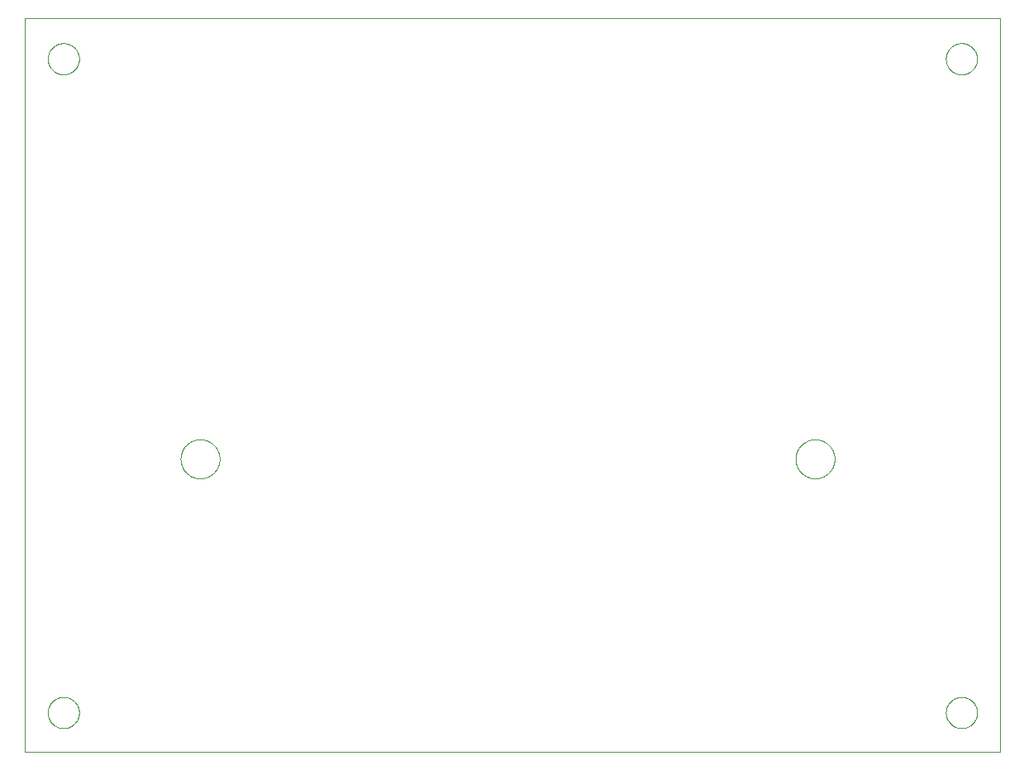
<source format=gtp>
G75*
%MOIN*%
%OFA0B0*%
%FSLAX25Y25*%
%IPPOS*%
%LPD*%
%AMOC8*
5,1,8,0,0,1.08239X$1,22.5*
%
%ADD10C,0.00000*%
D10*
X0005737Y0005737D02*
X0005737Y0301761D01*
X0399123Y0301761D01*
X0399123Y0005737D01*
X0005737Y0005737D01*
X0015186Y0021485D02*
X0015188Y0021643D01*
X0015194Y0021801D01*
X0015204Y0021959D01*
X0015218Y0022117D01*
X0015236Y0022274D01*
X0015257Y0022431D01*
X0015283Y0022587D01*
X0015313Y0022743D01*
X0015346Y0022898D01*
X0015384Y0023051D01*
X0015425Y0023204D01*
X0015470Y0023356D01*
X0015519Y0023507D01*
X0015572Y0023656D01*
X0015628Y0023804D01*
X0015688Y0023950D01*
X0015752Y0024095D01*
X0015820Y0024238D01*
X0015891Y0024380D01*
X0015965Y0024520D01*
X0016043Y0024657D01*
X0016125Y0024793D01*
X0016209Y0024927D01*
X0016298Y0025058D01*
X0016389Y0025187D01*
X0016484Y0025314D01*
X0016581Y0025439D01*
X0016682Y0025561D01*
X0016786Y0025680D01*
X0016893Y0025797D01*
X0017003Y0025911D01*
X0017116Y0026022D01*
X0017231Y0026131D01*
X0017349Y0026236D01*
X0017470Y0026338D01*
X0017593Y0026438D01*
X0017719Y0026534D01*
X0017847Y0026627D01*
X0017977Y0026717D01*
X0018110Y0026803D01*
X0018245Y0026887D01*
X0018381Y0026966D01*
X0018520Y0027043D01*
X0018661Y0027115D01*
X0018803Y0027185D01*
X0018947Y0027250D01*
X0019093Y0027312D01*
X0019240Y0027370D01*
X0019389Y0027425D01*
X0019539Y0027476D01*
X0019690Y0027523D01*
X0019842Y0027566D01*
X0019995Y0027605D01*
X0020150Y0027641D01*
X0020305Y0027672D01*
X0020461Y0027700D01*
X0020617Y0027724D01*
X0020774Y0027744D01*
X0020932Y0027760D01*
X0021089Y0027772D01*
X0021248Y0027780D01*
X0021406Y0027784D01*
X0021564Y0027784D01*
X0021722Y0027780D01*
X0021881Y0027772D01*
X0022038Y0027760D01*
X0022196Y0027744D01*
X0022353Y0027724D01*
X0022509Y0027700D01*
X0022665Y0027672D01*
X0022820Y0027641D01*
X0022975Y0027605D01*
X0023128Y0027566D01*
X0023280Y0027523D01*
X0023431Y0027476D01*
X0023581Y0027425D01*
X0023730Y0027370D01*
X0023877Y0027312D01*
X0024023Y0027250D01*
X0024167Y0027185D01*
X0024309Y0027115D01*
X0024450Y0027043D01*
X0024589Y0026966D01*
X0024725Y0026887D01*
X0024860Y0026803D01*
X0024993Y0026717D01*
X0025123Y0026627D01*
X0025251Y0026534D01*
X0025377Y0026438D01*
X0025500Y0026338D01*
X0025621Y0026236D01*
X0025739Y0026131D01*
X0025854Y0026022D01*
X0025967Y0025911D01*
X0026077Y0025797D01*
X0026184Y0025680D01*
X0026288Y0025561D01*
X0026389Y0025439D01*
X0026486Y0025314D01*
X0026581Y0025187D01*
X0026672Y0025058D01*
X0026761Y0024927D01*
X0026845Y0024793D01*
X0026927Y0024657D01*
X0027005Y0024520D01*
X0027079Y0024380D01*
X0027150Y0024238D01*
X0027218Y0024095D01*
X0027282Y0023950D01*
X0027342Y0023804D01*
X0027398Y0023656D01*
X0027451Y0023507D01*
X0027500Y0023356D01*
X0027545Y0023204D01*
X0027586Y0023051D01*
X0027624Y0022898D01*
X0027657Y0022743D01*
X0027687Y0022587D01*
X0027713Y0022431D01*
X0027734Y0022274D01*
X0027752Y0022117D01*
X0027766Y0021959D01*
X0027776Y0021801D01*
X0027782Y0021643D01*
X0027784Y0021485D01*
X0027782Y0021327D01*
X0027776Y0021169D01*
X0027766Y0021011D01*
X0027752Y0020853D01*
X0027734Y0020696D01*
X0027713Y0020539D01*
X0027687Y0020383D01*
X0027657Y0020227D01*
X0027624Y0020072D01*
X0027586Y0019919D01*
X0027545Y0019766D01*
X0027500Y0019614D01*
X0027451Y0019463D01*
X0027398Y0019314D01*
X0027342Y0019166D01*
X0027282Y0019020D01*
X0027218Y0018875D01*
X0027150Y0018732D01*
X0027079Y0018590D01*
X0027005Y0018450D01*
X0026927Y0018313D01*
X0026845Y0018177D01*
X0026761Y0018043D01*
X0026672Y0017912D01*
X0026581Y0017783D01*
X0026486Y0017656D01*
X0026389Y0017531D01*
X0026288Y0017409D01*
X0026184Y0017290D01*
X0026077Y0017173D01*
X0025967Y0017059D01*
X0025854Y0016948D01*
X0025739Y0016839D01*
X0025621Y0016734D01*
X0025500Y0016632D01*
X0025377Y0016532D01*
X0025251Y0016436D01*
X0025123Y0016343D01*
X0024993Y0016253D01*
X0024860Y0016167D01*
X0024725Y0016083D01*
X0024589Y0016004D01*
X0024450Y0015927D01*
X0024309Y0015855D01*
X0024167Y0015785D01*
X0024023Y0015720D01*
X0023877Y0015658D01*
X0023730Y0015600D01*
X0023581Y0015545D01*
X0023431Y0015494D01*
X0023280Y0015447D01*
X0023128Y0015404D01*
X0022975Y0015365D01*
X0022820Y0015329D01*
X0022665Y0015298D01*
X0022509Y0015270D01*
X0022353Y0015246D01*
X0022196Y0015226D01*
X0022038Y0015210D01*
X0021881Y0015198D01*
X0021722Y0015190D01*
X0021564Y0015186D01*
X0021406Y0015186D01*
X0021248Y0015190D01*
X0021089Y0015198D01*
X0020932Y0015210D01*
X0020774Y0015226D01*
X0020617Y0015246D01*
X0020461Y0015270D01*
X0020305Y0015298D01*
X0020150Y0015329D01*
X0019995Y0015365D01*
X0019842Y0015404D01*
X0019690Y0015447D01*
X0019539Y0015494D01*
X0019389Y0015545D01*
X0019240Y0015600D01*
X0019093Y0015658D01*
X0018947Y0015720D01*
X0018803Y0015785D01*
X0018661Y0015855D01*
X0018520Y0015927D01*
X0018381Y0016004D01*
X0018245Y0016083D01*
X0018110Y0016167D01*
X0017977Y0016253D01*
X0017847Y0016343D01*
X0017719Y0016436D01*
X0017593Y0016532D01*
X0017470Y0016632D01*
X0017349Y0016734D01*
X0017231Y0016839D01*
X0017116Y0016948D01*
X0017003Y0017059D01*
X0016893Y0017173D01*
X0016786Y0017290D01*
X0016682Y0017409D01*
X0016581Y0017531D01*
X0016484Y0017656D01*
X0016389Y0017783D01*
X0016298Y0017912D01*
X0016209Y0018043D01*
X0016125Y0018177D01*
X0016043Y0018313D01*
X0015965Y0018450D01*
X0015891Y0018590D01*
X0015820Y0018732D01*
X0015752Y0018875D01*
X0015688Y0019020D01*
X0015628Y0019166D01*
X0015572Y0019314D01*
X0015519Y0019463D01*
X0015470Y0019614D01*
X0015425Y0019766D01*
X0015384Y0019919D01*
X0015346Y0020072D01*
X0015313Y0020227D01*
X0015283Y0020383D01*
X0015257Y0020539D01*
X0015236Y0020696D01*
X0015218Y0020853D01*
X0015204Y0021011D01*
X0015194Y0021169D01*
X0015188Y0021327D01*
X0015186Y0021485D01*
X0068729Y0123847D02*
X0068731Y0124040D01*
X0068738Y0124233D01*
X0068750Y0124426D01*
X0068767Y0124619D01*
X0068788Y0124811D01*
X0068814Y0125002D01*
X0068845Y0125193D01*
X0068880Y0125383D01*
X0068920Y0125572D01*
X0068965Y0125760D01*
X0069014Y0125947D01*
X0069068Y0126133D01*
X0069126Y0126317D01*
X0069189Y0126500D01*
X0069257Y0126681D01*
X0069328Y0126860D01*
X0069405Y0127038D01*
X0069485Y0127214D01*
X0069570Y0127387D01*
X0069659Y0127559D01*
X0069752Y0127728D01*
X0069849Y0127895D01*
X0069951Y0128060D01*
X0070056Y0128222D01*
X0070165Y0128381D01*
X0070279Y0128538D01*
X0070396Y0128691D01*
X0070516Y0128842D01*
X0070641Y0128990D01*
X0070769Y0129135D01*
X0070900Y0129276D01*
X0071035Y0129415D01*
X0071174Y0129550D01*
X0071315Y0129681D01*
X0071460Y0129809D01*
X0071608Y0129934D01*
X0071759Y0130054D01*
X0071912Y0130171D01*
X0072069Y0130285D01*
X0072228Y0130394D01*
X0072390Y0130499D01*
X0072555Y0130601D01*
X0072722Y0130698D01*
X0072891Y0130791D01*
X0073063Y0130880D01*
X0073236Y0130965D01*
X0073412Y0131045D01*
X0073590Y0131122D01*
X0073769Y0131193D01*
X0073950Y0131261D01*
X0074133Y0131324D01*
X0074317Y0131382D01*
X0074503Y0131436D01*
X0074690Y0131485D01*
X0074878Y0131530D01*
X0075067Y0131570D01*
X0075257Y0131605D01*
X0075448Y0131636D01*
X0075639Y0131662D01*
X0075831Y0131683D01*
X0076024Y0131700D01*
X0076217Y0131712D01*
X0076410Y0131719D01*
X0076603Y0131721D01*
X0076796Y0131719D01*
X0076989Y0131712D01*
X0077182Y0131700D01*
X0077375Y0131683D01*
X0077567Y0131662D01*
X0077758Y0131636D01*
X0077949Y0131605D01*
X0078139Y0131570D01*
X0078328Y0131530D01*
X0078516Y0131485D01*
X0078703Y0131436D01*
X0078889Y0131382D01*
X0079073Y0131324D01*
X0079256Y0131261D01*
X0079437Y0131193D01*
X0079616Y0131122D01*
X0079794Y0131045D01*
X0079970Y0130965D01*
X0080143Y0130880D01*
X0080315Y0130791D01*
X0080484Y0130698D01*
X0080651Y0130601D01*
X0080816Y0130499D01*
X0080978Y0130394D01*
X0081137Y0130285D01*
X0081294Y0130171D01*
X0081447Y0130054D01*
X0081598Y0129934D01*
X0081746Y0129809D01*
X0081891Y0129681D01*
X0082032Y0129550D01*
X0082171Y0129415D01*
X0082306Y0129276D01*
X0082437Y0129135D01*
X0082565Y0128990D01*
X0082690Y0128842D01*
X0082810Y0128691D01*
X0082927Y0128538D01*
X0083041Y0128381D01*
X0083150Y0128222D01*
X0083255Y0128060D01*
X0083357Y0127895D01*
X0083454Y0127728D01*
X0083547Y0127559D01*
X0083636Y0127387D01*
X0083721Y0127214D01*
X0083801Y0127038D01*
X0083878Y0126860D01*
X0083949Y0126681D01*
X0084017Y0126500D01*
X0084080Y0126317D01*
X0084138Y0126133D01*
X0084192Y0125947D01*
X0084241Y0125760D01*
X0084286Y0125572D01*
X0084326Y0125383D01*
X0084361Y0125193D01*
X0084392Y0125002D01*
X0084418Y0124811D01*
X0084439Y0124619D01*
X0084456Y0124426D01*
X0084468Y0124233D01*
X0084475Y0124040D01*
X0084477Y0123847D01*
X0084475Y0123654D01*
X0084468Y0123461D01*
X0084456Y0123268D01*
X0084439Y0123075D01*
X0084418Y0122883D01*
X0084392Y0122692D01*
X0084361Y0122501D01*
X0084326Y0122311D01*
X0084286Y0122122D01*
X0084241Y0121934D01*
X0084192Y0121747D01*
X0084138Y0121561D01*
X0084080Y0121377D01*
X0084017Y0121194D01*
X0083949Y0121013D01*
X0083878Y0120834D01*
X0083801Y0120656D01*
X0083721Y0120480D01*
X0083636Y0120307D01*
X0083547Y0120135D01*
X0083454Y0119966D01*
X0083357Y0119799D01*
X0083255Y0119634D01*
X0083150Y0119472D01*
X0083041Y0119313D01*
X0082927Y0119156D01*
X0082810Y0119003D01*
X0082690Y0118852D01*
X0082565Y0118704D01*
X0082437Y0118559D01*
X0082306Y0118418D01*
X0082171Y0118279D01*
X0082032Y0118144D01*
X0081891Y0118013D01*
X0081746Y0117885D01*
X0081598Y0117760D01*
X0081447Y0117640D01*
X0081294Y0117523D01*
X0081137Y0117409D01*
X0080978Y0117300D01*
X0080816Y0117195D01*
X0080651Y0117093D01*
X0080484Y0116996D01*
X0080315Y0116903D01*
X0080143Y0116814D01*
X0079970Y0116729D01*
X0079794Y0116649D01*
X0079616Y0116572D01*
X0079437Y0116501D01*
X0079256Y0116433D01*
X0079073Y0116370D01*
X0078889Y0116312D01*
X0078703Y0116258D01*
X0078516Y0116209D01*
X0078328Y0116164D01*
X0078139Y0116124D01*
X0077949Y0116089D01*
X0077758Y0116058D01*
X0077567Y0116032D01*
X0077375Y0116011D01*
X0077182Y0115994D01*
X0076989Y0115982D01*
X0076796Y0115975D01*
X0076603Y0115973D01*
X0076410Y0115975D01*
X0076217Y0115982D01*
X0076024Y0115994D01*
X0075831Y0116011D01*
X0075639Y0116032D01*
X0075448Y0116058D01*
X0075257Y0116089D01*
X0075067Y0116124D01*
X0074878Y0116164D01*
X0074690Y0116209D01*
X0074503Y0116258D01*
X0074317Y0116312D01*
X0074133Y0116370D01*
X0073950Y0116433D01*
X0073769Y0116501D01*
X0073590Y0116572D01*
X0073412Y0116649D01*
X0073236Y0116729D01*
X0073063Y0116814D01*
X0072891Y0116903D01*
X0072722Y0116996D01*
X0072555Y0117093D01*
X0072390Y0117195D01*
X0072228Y0117300D01*
X0072069Y0117409D01*
X0071912Y0117523D01*
X0071759Y0117640D01*
X0071608Y0117760D01*
X0071460Y0117885D01*
X0071315Y0118013D01*
X0071174Y0118144D01*
X0071035Y0118279D01*
X0070900Y0118418D01*
X0070769Y0118559D01*
X0070641Y0118704D01*
X0070516Y0118852D01*
X0070396Y0119003D01*
X0070279Y0119156D01*
X0070165Y0119313D01*
X0070056Y0119472D01*
X0069951Y0119634D01*
X0069849Y0119799D01*
X0069752Y0119966D01*
X0069659Y0120135D01*
X0069570Y0120307D01*
X0069485Y0120480D01*
X0069405Y0120656D01*
X0069328Y0120834D01*
X0069257Y0121013D01*
X0069189Y0121194D01*
X0069126Y0121377D01*
X0069068Y0121561D01*
X0069014Y0121747D01*
X0068965Y0121934D01*
X0068920Y0122122D01*
X0068880Y0122311D01*
X0068845Y0122501D01*
X0068814Y0122692D01*
X0068788Y0122883D01*
X0068767Y0123075D01*
X0068750Y0123268D01*
X0068738Y0123461D01*
X0068731Y0123654D01*
X0068729Y0123847D01*
X0015186Y0285265D02*
X0015188Y0285423D01*
X0015194Y0285581D01*
X0015204Y0285739D01*
X0015218Y0285897D01*
X0015236Y0286054D01*
X0015257Y0286211D01*
X0015283Y0286367D01*
X0015313Y0286523D01*
X0015346Y0286678D01*
X0015384Y0286831D01*
X0015425Y0286984D01*
X0015470Y0287136D01*
X0015519Y0287287D01*
X0015572Y0287436D01*
X0015628Y0287584D01*
X0015688Y0287730D01*
X0015752Y0287875D01*
X0015820Y0288018D01*
X0015891Y0288160D01*
X0015965Y0288300D01*
X0016043Y0288437D01*
X0016125Y0288573D01*
X0016209Y0288707D01*
X0016298Y0288838D01*
X0016389Y0288967D01*
X0016484Y0289094D01*
X0016581Y0289219D01*
X0016682Y0289341D01*
X0016786Y0289460D01*
X0016893Y0289577D01*
X0017003Y0289691D01*
X0017116Y0289802D01*
X0017231Y0289911D01*
X0017349Y0290016D01*
X0017470Y0290118D01*
X0017593Y0290218D01*
X0017719Y0290314D01*
X0017847Y0290407D01*
X0017977Y0290497D01*
X0018110Y0290583D01*
X0018245Y0290667D01*
X0018381Y0290746D01*
X0018520Y0290823D01*
X0018661Y0290895D01*
X0018803Y0290965D01*
X0018947Y0291030D01*
X0019093Y0291092D01*
X0019240Y0291150D01*
X0019389Y0291205D01*
X0019539Y0291256D01*
X0019690Y0291303D01*
X0019842Y0291346D01*
X0019995Y0291385D01*
X0020150Y0291421D01*
X0020305Y0291452D01*
X0020461Y0291480D01*
X0020617Y0291504D01*
X0020774Y0291524D01*
X0020932Y0291540D01*
X0021089Y0291552D01*
X0021248Y0291560D01*
X0021406Y0291564D01*
X0021564Y0291564D01*
X0021722Y0291560D01*
X0021881Y0291552D01*
X0022038Y0291540D01*
X0022196Y0291524D01*
X0022353Y0291504D01*
X0022509Y0291480D01*
X0022665Y0291452D01*
X0022820Y0291421D01*
X0022975Y0291385D01*
X0023128Y0291346D01*
X0023280Y0291303D01*
X0023431Y0291256D01*
X0023581Y0291205D01*
X0023730Y0291150D01*
X0023877Y0291092D01*
X0024023Y0291030D01*
X0024167Y0290965D01*
X0024309Y0290895D01*
X0024450Y0290823D01*
X0024589Y0290746D01*
X0024725Y0290667D01*
X0024860Y0290583D01*
X0024993Y0290497D01*
X0025123Y0290407D01*
X0025251Y0290314D01*
X0025377Y0290218D01*
X0025500Y0290118D01*
X0025621Y0290016D01*
X0025739Y0289911D01*
X0025854Y0289802D01*
X0025967Y0289691D01*
X0026077Y0289577D01*
X0026184Y0289460D01*
X0026288Y0289341D01*
X0026389Y0289219D01*
X0026486Y0289094D01*
X0026581Y0288967D01*
X0026672Y0288838D01*
X0026761Y0288707D01*
X0026845Y0288573D01*
X0026927Y0288437D01*
X0027005Y0288300D01*
X0027079Y0288160D01*
X0027150Y0288018D01*
X0027218Y0287875D01*
X0027282Y0287730D01*
X0027342Y0287584D01*
X0027398Y0287436D01*
X0027451Y0287287D01*
X0027500Y0287136D01*
X0027545Y0286984D01*
X0027586Y0286831D01*
X0027624Y0286678D01*
X0027657Y0286523D01*
X0027687Y0286367D01*
X0027713Y0286211D01*
X0027734Y0286054D01*
X0027752Y0285897D01*
X0027766Y0285739D01*
X0027776Y0285581D01*
X0027782Y0285423D01*
X0027784Y0285265D01*
X0027782Y0285107D01*
X0027776Y0284949D01*
X0027766Y0284791D01*
X0027752Y0284633D01*
X0027734Y0284476D01*
X0027713Y0284319D01*
X0027687Y0284163D01*
X0027657Y0284007D01*
X0027624Y0283852D01*
X0027586Y0283699D01*
X0027545Y0283546D01*
X0027500Y0283394D01*
X0027451Y0283243D01*
X0027398Y0283094D01*
X0027342Y0282946D01*
X0027282Y0282800D01*
X0027218Y0282655D01*
X0027150Y0282512D01*
X0027079Y0282370D01*
X0027005Y0282230D01*
X0026927Y0282093D01*
X0026845Y0281957D01*
X0026761Y0281823D01*
X0026672Y0281692D01*
X0026581Y0281563D01*
X0026486Y0281436D01*
X0026389Y0281311D01*
X0026288Y0281189D01*
X0026184Y0281070D01*
X0026077Y0280953D01*
X0025967Y0280839D01*
X0025854Y0280728D01*
X0025739Y0280619D01*
X0025621Y0280514D01*
X0025500Y0280412D01*
X0025377Y0280312D01*
X0025251Y0280216D01*
X0025123Y0280123D01*
X0024993Y0280033D01*
X0024860Y0279947D01*
X0024725Y0279863D01*
X0024589Y0279784D01*
X0024450Y0279707D01*
X0024309Y0279635D01*
X0024167Y0279565D01*
X0024023Y0279500D01*
X0023877Y0279438D01*
X0023730Y0279380D01*
X0023581Y0279325D01*
X0023431Y0279274D01*
X0023280Y0279227D01*
X0023128Y0279184D01*
X0022975Y0279145D01*
X0022820Y0279109D01*
X0022665Y0279078D01*
X0022509Y0279050D01*
X0022353Y0279026D01*
X0022196Y0279006D01*
X0022038Y0278990D01*
X0021881Y0278978D01*
X0021722Y0278970D01*
X0021564Y0278966D01*
X0021406Y0278966D01*
X0021248Y0278970D01*
X0021089Y0278978D01*
X0020932Y0278990D01*
X0020774Y0279006D01*
X0020617Y0279026D01*
X0020461Y0279050D01*
X0020305Y0279078D01*
X0020150Y0279109D01*
X0019995Y0279145D01*
X0019842Y0279184D01*
X0019690Y0279227D01*
X0019539Y0279274D01*
X0019389Y0279325D01*
X0019240Y0279380D01*
X0019093Y0279438D01*
X0018947Y0279500D01*
X0018803Y0279565D01*
X0018661Y0279635D01*
X0018520Y0279707D01*
X0018381Y0279784D01*
X0018245Y0279863D01*
X0018110Y0279947D01*
X0017977Y0280033D01*
X0017847Y0280123D01*
X0017719Y0280216D01*
X0017593Y0280312D01*
X0017470Y0280412D01*
X0017349Y0280514D01*
X0017231Y0280619D01*
X0017116Y0280728D01*
X0017003Y0280839D01*
X0016893Y0280953D01*
X0016786Y0281070D01*
X0016682Y0281189D01*
X0016581Y0281311D01*
X0016484Y0281436D01*
X0016389Y0281563D01*
X0016298Y0281692D01*
X0016209Y0281823D01*
X0016125Y0281957D01*
X0016043Y0282093D01*
X0015965Y0282230D01*
X0015891Y0282370D01*
X0015820Y0282512D01*
X0015752Y0282655D01*
X0015688Y0282800D01*
X0015628Y0282946D01*
X0015572Y0283094D01*
X0015519Y0283243D01*
X0015470Y0283394D01*
X0015425Y0283546D01*
X0015384Y0283699D01*
X0015346Y0283852D01*
X0015313Y0284007D01*
X0015283Y0284163D01*
X0015257Y0284319D01*
X0015236Y0284476D01*
X0015218Y0284633D01*
X0015204Y0284791D01*
X0015194Y0284949D01*
X0015188Y0285107D01*
X0015186Y0285265D01*
X0316761Y0123847D02*
X0316763Y0124040D01*
X0316770Y0124233D01*
X0316782Y0124426D01*
X0316799Y0124619D01*
X0316820Y0124811D01*
X0316846Y0125002D01*
X0316877Y0125193D01*
X0316912Y0125383D01*
X0316952Y0125572D01*
X0316997Y0125760D01*
X0317046Y0125947D01*
X0317100Y0126133D01*
X0317158Y0126317D01*
X0317221Y0126500D01*
X0317289Y0126681D01*
X0317360Y0126860D01*
X0317437Y0127038D01*
X0317517Y0127214D01*
X0317602Y0127387D01*
X0317691Y0127559D01*
X0317784Y0127728D01*
X0317881Y0127895D01*
X0317983Y0128060D01*
X0318088Y0128222D01*
X0318197Y0128381D01*
X0318311Y0128538D01*
X0318428Y0128691D01*
X0318548Y0128842D01*
X0318673Y0128990D01*
X0318801Y0129135D01*
X0318932Y0129276D01*
X0319067Y0129415D01*
X0319206Y0129550D01*
X0319347Y0129681D01*
X0319492Y0129809D01*
X0319640Y0129934D01*
X0319791Y0130054D01*
X0319944Y0130171D01*
X0320101Y0130285D01*
X0320260Y0130394D01*
X0320422Y0130499D01*
X0320587Y0130601D01*
X0320754Y0130698D01*
X0320923Y0130791D01*
X0321095Y0130880D01*
X0321268Y0130965D01*
X0321444Y0131045D01*
X0321622Y0131122D01*
X0321801Y0131193D01*
X0321982Y0131261D01*
X0322165Y0131324D01*
X0322349Y0131382D01*
X0322535Y0131436D01*
X0322722Y0131485D01*
X0322910Y0131530D01*
X0323099Y0131570D01*
X0323289Y0131605D01*
X0323480Y0131636D01*
X0323671Y0131662D01*
X0323863Y0131683D01*
X0324056Y0131700D01*
X0324249Y0131712D01*
X0324442Y0131719D01*
X0324635Y0131721D01*
X0324828Y0131719D01*
X0325021Y0131712D01*
X0325214Y0131700D01*
X0325407Y0131683D01*
X0325599Y0131662D01*
X0325790Y0131636D01*
X0325981Y0131605D01*
X0326171Y0131570D01*
X0326360Y0131530D01*
X0326548Y0131485D01*
X0326735Y0131436D01*
X0326921Y0131382D01*
X0327105Y0131324D01*
X0327288Y0131261D01*
X0327469Y0131193D01*
X0327648Y0131122D01*
X0327826Y0131045D01*
X0328002Y0130965D01*
X0328175Y0130880D01*
X0328347Y0130791D01*
X0328516Y0130698D01*
X0328683Y0130601D01*
X0328848Y0130499D01*
X0329010Y0130394D01*
X0329169Y0130285D01*
X0329326Y0130171D01*
X0329479Y0130054D01*
X0329630Y0129934D01*
X0329778Y0129809D01*
X0329923Y0129681D01*
X0330064Y0129550D01*
X0330203Y0129415D01*
X0330338Y0129276D01*
X0330469Y0129135D01*
X0330597Y0128990D01*
X0330722Y0128842D01*
X0330842Y0128691D01*
X0330959Y0128538D01*
X0331073Y0128381D01*
X0331182Y0128222D01*
X0331287Y0128060D01*
X0331389Y0127895D01*
X0331486Y0127728D01*
X0331579Y0127559D01*
X0331668Y0127387D01*
X0331753Y0127214D01*
X0331833Y0127038D01*
X0331910Y0126860D01*
X0331981Y0126681D01*
X0332049Y0126500D01*
X0332112Y0126317D01*
X0332170Y0126133D01*
X0332224Y0125947D01*
X0332273Y0125760D01*
X0332318Y0125572D01*
X0332358Y0125383D01*
X0332393Y0125193D01*
X0332424Y0125002D01*
X0332450Y0124811D01*
X0332471Y0124619D01*
X0332488Y0124426D01*
X0332500Y0124233D01*
X0332507Y0124040D01*
X0332509Y0123847D01*
X0332507Y0123654D01*
X0332500Y0123461D01*
X0332488Y0123268D01*
X0332471Y0123075D01*
X0332450Y0122883D01*
X0332424Y0122692D01*
X0332393Y0122501D01*
X0332358Y0122311D01*
X0332318Y0122122D01*
X0332273Y0121934D01*
X0332224Y0121747D01*
X0332170Y0121561D01*
X0332112Y0121377D01*
X0332049Y0121194D01*
X0331981Y0121013D01*
X0331910Y0120834D01*
X0331833Y0120656D01*
X0331753Y0120480D01*
X0331668Y0120307D01*
X0331579Y0120135D01*
X0331486Y0119966D01*
X0331389Y0119799D01*
X0331287Y0119634D01*
X0331182Y0119472D01*
X0331073Y0119313D01*
X0330959Y0119156D01*
X0330842Y0119003D01*
X0330722Y0118852D01*
X0330597Y0118704D01*
X0330469Y0118559D01*
X0330338Y0118418D01*
X0330203Y0118279D01*
X0330064Y0118144D01*
X0329923Y0118013D01*
X0329778Y0117885D01*
X0329630Y0117760D01*
X0329479Y0117640D01*
X0329326Y0117523D01*
X0329169Y0117409D01*
X0329010Y0117300D01*
X0328848Y0117195D01*
X0328683Y0117093D01*
X0328516Y0116996D01*
X0328347Y0116903D01*
X0328175Y0116814D01*
X0328002Y0116729D01*
X0327826Y0116649D01*
X0327648Y0116572D01*
X0327469Y0116501D01*
X0327288Y0116433D01*
X0327105Y0116370D01*
X0326921Y0116312D01*
X0326735Y0116258D01*
X0326548Y0116209D01*
X0326360Y0116164D01*
X0326171Y0116124D01*
X0325981Y0116089D01*
X0325790Y0116058D01*
X0325599Y0116032D01*
X0325407Y0116011D01*
X0325214Y0115994D01*
X0325021Y0115982D01*
X0324828Y0115975D01*
X0324635Y0115973D01*
X0324442Y0115975D01*
X0324249Y0115982D01*
X0324056Y0115994D01*
X0323863Y0116011D01*
X0323671Y0116032D01*
X0323480Y0116058D01*
X0323289Y0116089D01*
X0323099Y0116124D01*
X0322910Y0116164D01*
X0322722Y0116209D01*
X0322535Y0116258D01*
X0322349Y0116312D01*
X0322165Y0116370D01*
X0321982Y0116433D01*
X0321801Y0116501D01*
X0321622Y0116572D01*
X0321444Y0116649D01*
X0321268Y0116729D01*
X0321095Y0116814D01*
X0320923Y0116903D01*
X0320754Y0116996D01*
X0320587Y0117093D01*
X0320422Y0117195D01*
X0320260Y0117300D01*
X0320101Y0117409D01*
X0319944Y0117523D01*
X0319791Y0117640D01*
X0319640Y0117760D01*
X0319492Y0117885D01*
X0319347Y0118013D01*
X0319206Y0118144D01*
X0319067Y0118279D01*
X0318932Y0118418D01*
X0318801Y0118559D01*
X0318673Y0118704D01*
X0318548Y0118852D01*
X0318428Y0119003D01*
X0318311Y0119156D01*
X0318197Y0119313D01*
X0318088Y0119472D01*
X0317983Y0119634D01*
X0317881Y0119799D01*
X0317784Y0119966D01*
X0317691Y0120135D01*
X0317602Y0120307D01*
X0317517Y0120480D01*
X0317437Y0120656D01*
X0317360Y0120834D01*
X0317289Y0121013D01*
X0317221Y0121194D01*
X0317158Y0121377D01*
X0317100Y0121561D01*
X0317046Y0121747D01*
X0316997Y0121934D01*
X0316952Y0122122D01*
X0316912Y0122311D01*
X0316877Y0122501D01*
X0316846Y0122692D01*
X0316820Y0122883D01*
X0316799Y0123075D01*
X0316782Y0123268D01*
X0316770Y0123461D01*
X0316763Y0123654D01*
X0316761Y0123847D01*
X0377391Y0021485D02*
X0377393Y0021643D01*
X0377399Y0021801D01*
X0377409Y0021959D01*
X0377423Y0022117D01*
X0377441Y0022274D01*
X0377462Y0022431D01*
X0377488Y0022587D01*
X0377518Y0022743D01*
X0377551Y0022898D01*
X0377589Y0023051D01*
X0377630Y0023204D01*
X0377675Y0023356D01*
X0377724Y0023507D01*
X0377777Y0023656D01*
X0377833Y0023804D01*
X0377893Y0023950D01*
X0377957Y0024095D01*
X0378025Y0024238D01*
X0378096Y0024380D01*
X0378170Y0024520D01*
X0378248Y0024657D01*
X0378330Y0024793D01*
X0378414Y0024927D01*
X0378503Y0025058D01*
X0378594Y0025187D01*
X0378689Y0025314D01*
X0378786Y0025439D01*
X0378887Y0025561D01*
X0378991Y0025680D01*
X0379098Y0025797D01*
X0379208Y0025911D01*
X0379321Y0026022D01*
X0379436Y0026131D01*
X0379554Y0026236D01*
X0379675Y0026338D01*
X0379798Y0026438D01*
X0379924Y0026534D01*
X0380052Y0026627D01*
X0380182Y0026717D01*
X0380315Y0026803D01*
X0380450Y0026887D01*
X0380586Y0026966D01*
X0380725Y0027043D01*
X0380866Y0027115D01*
X0381008Y0027185D01*
X0381152Y0027250D01*
X0381298Y0027312D01*
X0381445Y0027370D01*
X0381594Y0027425D01*
X0381744Y0027476D01*
X0381895Y0027523D01*
X0382047Y0027566D01*
X0382200Y0027605D01*
X0382355Y0027641D01*
X0382510Y0027672D01*
X0382666Y0027700D01*
X0382822Y0027724D01*
X0382979Y0027744D01*
X0383137Y0027760D01*
X0383294Y0027772D01*
X0383453Y0027780D01*
X0383611Y0027784D01*
X0383769Y0027784D01*
X0383927Y0027780D01*
X0384086Y0027772D01*
X0384243Y0027760D01*
X0384401Y0027744D01*
X0384558Y0027724D01*
X0384714Y0027700D01*
X0384870Y0027672D01*
X0385025Y0027641D01*
X0385180Y0027605D01*
X0385333Y0027566D01*
X0385485Y0027523D01*
X0385636Y0027476D01*
X0385786Y0027425D01*
X0385935Y0027370D01*
X0386082Y0027312D01*
X0386228Y0027250D01*
X0386372Y0027185D01*
X0386514Y0027115D01*
X0386655Y0027043D01*
X0386794Y0026966D01*
X0386930Y0026887D01*
X0387065Y0026803D01*
X0387198Y0026717D01*
X0387328Y0026627D01*
X0387456Y0026534D01*
X0387582Y0026438D01*
X0387705Y0026338D01*
X0387826Y0026236D01*
X0387944Y0026131D01*
X0388059Y0026022D01*
X0388172Y0025911D01*
X0388282Y0025797D01*
X0388389Y0025680D01*
X0388493Y0025561D01*
X0388594Y0025439D01*
X0388691Y0025314D01*
X0388786Y0025187D01*
X0388877Y0025058D01*
X0388966Y0024927D01*
X0389050Y0024793D01*
X0389132Y0024657D01*
X0389210Y0024520D01*
X0389284Y0024380D01*
X0389355Y0024238D01*
X0389423Y0024095D01*
X0389487Y0023950D01*
X0389547Y0023804D01*
X0389603Y0023656D01*
X0389656Y0023507D01*
X0389705Y0023356D01*
X0389750Y0023204D01*
X0389791Y0023051D01*
X0389829Y0022898D01*
X0389862Y0022743D01*
X0389892Y0022587D01*
X0389918Y0022431D01*
X0389939Y0022274D01*
X0389957Y0022117D01*
X0389971Y0021959D01*
X0389981Y0021801D01*
X0389987Y0021643D01*
X0389989Y0021485D01*
X0389987Y0021327D01*
X0389981Y0021169D01*
X0389971Y0021011D01*
X0389957Y0020853D01*
X0389939Y0020696D01*
X0389918Y0020539D01*
X0389892Y0020383D01*
X0389862Y0020227D01*
X0389829Y0020072D01*
X0389791Y0019919D01*
X0389750Y0019766D01*
X0389705Y0019614D01*
X0389656Y0019463D01*
X0389603Y0019314D01*
X0389547Y0019166D01*
X0389487Y0019020D01*
X0389423Y0018875D01*
X0389355Y0018732D01*
X0389284Y0018590D01*
X0389210Y0018450D01*
X0389132Y0018313D01*
X0389050Y0018177D01*
X0388966Y0018043D01*
X0388877Y0017912D01*
X0388786Y0017783D01*
X0388691Y0017656D01*
X0388594Y0017531D01*
X0388493Y0017409D01*
X0388389Y0017290D01*
X0388282Y0017173D01*
X0388172Y0017059D01*
X0388059Y0016948D01*
X0387944Y0016839D01*
X0387826Y0016734D01*
X0387705Y0016632D01*
X0387582Y0016532D01*
X0387456Y0016436D01*
X0387328Y0016343D01*
X0387198Y0016253D01*
X0387065Y0016167D01*
X0386930Y0016083D01*
X0386794Y0016004D01*
X0386655Y0015927D01*
X0386514Y0015855D01*
X0386372Y0015785D01*
X0386228Y0015720D01*
X0386082Y0015658D01*
X0385935Y0015600D01*
X0385786Y0015545D01*
X0385636Y0015494D01*
X0385485Y0015447D01*
X0385333Y0015404D01*
X0385180Y0015365D01*
X0385025Y0015329D01*
X0384870Y0015298D01*
X0384714Y0015270D01*
X0384558Y0015246D01*
X0384401Y0015226D01*
X0384243Y0015210D01*
X0384086Y0015198D01*
X0383927Y0015190D01*
X0383769Y0015186D01*
X0383611Y0015186D01*
X0383453Y0015190D01*
X0383294Y0015198D01*
X0383137Y0015210D01*
X0382979Y0015226D01*
X0382822Y0015246D01*
X0382666Y0015270D01*
X0382510Y0015298D01*
X0382355Y0015329D01*
X0382200Y0015365D01*
X0382047Y0015404D01*
X0381895Y0015447D01*
X0381744Y0015494D01*
X0381594Y0015545D01*
X0381445Y0015600D01*
X0381298Y0015658D01*
X0381152Y0015720D01*
X0381008Y0015785D01*
X0380866Y0015855D01*
X0380725Y0015927D01*
X0380586Y0016004D01*
X0380450Y0016083D01*
X0380315Y0016167D01*
X0380182Y0016253D01*
X0380052Y0016343D01*
X0379924Y0016436D01*
X0379798Y0016532D01*
X0379675Y0016632D01*
X0379554Y0016734D01*
X0379436Y0016839D01*
X0379321Y0016948D01*
X0379208Y0017059D01*
X0379098Y0017173D01*
X0378991Y0017290D01*
X0378887Y0017409D01*
X0378786Y0017531D01*
X0378689Y0017656D01*
X0378594Y0017783D01*
X0378503Y0017912D01*
X0378414Y0018043D01*
X0378330Y0018177D01*
X0378248Y0018313D01*
X0378170Y0018450D01*
X0378096Y0018590D01*
X0378025Y0018732D01*
X0377957Y0018875D01*
X0377893Y0019020D01*
X0377833Y0019166D01*
X0377777Y0019314D01*
X0377724Y0019463D01*
X0377675Y0019614D01*
X0377630Y0019766D01*
X0377589Y0019919D01*
X0377551Y0020072D01*
X0377518Y0020227D01*
X0377488Y0020383D01*
X0377462Y0020539D01*
X0377441Y0020696D01*
X0377423Y0020853D01*
X0377409Y0021011D01*
X0377399Y0021169D01*
X0377393Y0021327D01*
X0377391Y0021485D01*
X0377391Y0285265D02*
X0377393Y0285423D01*
X0377399Y0285581D01*
X0377409Y0285739D01*
X0377423Y0285897D01*
X0377441Y0286054D01*
X0377462Y0286211D01*
X0377488Y0286367D01*
X0377518Y0286523D01*
X0377551Y0286678D01*
X0377589Y0286831D01*
X0377630Y0286984D01*
X0377675Y0287136D01*
X0377724Y0287287D01*
X0377777Y0287436D01*
X0377833Y0287584D01*
X0377893Y0287730D01*
X0377957Y0287875D01*
X0378025Y0288018D01*
X0378096Y0288160D01*
X0378170Y0288300D01*
X0378248Y0288437D01*
X0378330Y0288573D01*
X0378414Y0288707D01*
X0378503Y0288838D01*
X0378594Y0288967D01*
X0378689Y0289094D01*
X0378786Y0289219D01*
X0378887Y0289341D01*
X0378991Y0289460D01*
X0379098Y0289577D01*
X0379208Y0289691D01*
X0379321Y0289802D01*
X0379436Y0289911D01*
X0379554Y0290016D01*
X0379675Y0290118D01*
X0379798Y0290218D01*
X0379924Y0290314D01*
X0380052Y0290407D01*
X0380182Y0290497D01*
X0380315Y0290583D01*
X0380450Y0290667D01*
X0380586Y0290746D01*
X0380725Y0290823D01*
X0380866Y0290895D01*
X0381008Y0290965D01*
X0381152Y0291030D01*
X0381298Y0291092D01*
X0381445Y0291150D01*
X0381594Y0291205D01*
X0381744Y0291256D01*
X0381895Y0291303D01*
X0382047Y0291346D01*
X0382200Y0291385D01*
X0382355Y0291421D01*
X0382510Y0291452D01*
X0382666Y0291480D01*
X0382822Y0291504D01*
X0382979Y0291524D01*
X0383137Y0291540D01*
X0383294Y0291552D01*
X0383453Y0291560D01*
X0383611Y0291564D01*
X0383769Y0291564D01*
X0383927Y0291560D01*
X0384086Y0291552D01*
X0384243Y0291540D01*
X0384401Y0291524D01*
X0384558Y0291504D01*
X0384714Y0291480D01*
X0384870Y0291452D01*
X0385025Y0291421D01*
X0385180Y0291385D01*
X0385333Y0291346D01*
X0385485Y0291303D01*
X0385636Y0291256D01*
X0385786Y0291205D01*
X0385935Y0291150D01*
X0386082Y0291092D01*
X0386228Y0291030D01*
X0386372Y0290965D01*
X0386514Y0290895D01*
X0386655Y0290823D01*
X0386794Y0290746D01*
X0386930Y0290667D01*
X0387065Y0290583D01*
X0387198Y0290497D01*
X0387328Y0290407D01*
X0387456Y0290314D01*
X0387582Y0290218D01*
X0387705Y0290118D01*
X0387826Y0290016D01*
X0387944Y0289911D01*
X0388059Y0289802D01*
X0388172Y0289691D01*
X0388282Y0289577D01*
X0388389Y0289460D01*
X0388493Y0289341D01*
X0388594Y0289219D01*
X0388691Y0289094D01*
X0388786Y0288967D01*
X0388877Y0288838D01*
X0388966Y0288707D01*
X0389050Y0288573D01*
X0389132Y0288437D01*
X0389210Y0288300D01*
X0389284Y0288160D01*
X0389355Y0288018D01*
X0389423Y0287875D01*
X0389487Y0287730D01*
X0389547Y0287584D01*
X0389603Y0287436D01*
X0389656Y0287287D01*
X0389705Y0287136D01*
X0389750Y0286984D01*
X0389791Y0286831D01*
X0389829Y0286678D01*
X0389862Y0286523D01*
X0389892Y0286367D01*
X0389918Y0286211D01*
X0389939Y0286054D01*
X0389957Y0285897D01*
X0389971Y0285739D01*
X0389981Y0285581D01*
X0389987Y0285423D01*
X0389989Y0285265D01*
X0389987Y0285107D01*
X0389981Y0284949D01*
X0389971Y0284791D01*
X0389957Y0284633D01*
X0389939Y0284476D01*
X0389918Y0284319D01*
X0389892Y0284163D01*
X0389862Y0284007D01*
X0389829Y0283852D01*
X0389791Y0283699D01*
X0389750Y0283546D01*
X0389705Y0283394D01*
X0389656Y0283243D01*
X0389603Y0283094D01*
X0389547Y0282946D01*
X0389487Y0282800D01*
X0389423Y0282655D01*
X0389355Y0282512D01*
X0389284Y0282370D01*
X0389210Y0282230D01*
X0389132Y0282093D01*
X0389050Y0281957D01*
X0388966Y0281823D01*
X0388877Y0281692D01*
X0388786Y0281563D01*
X0388691Y0281436D01*
X0388594Y0281311D01*
X0388493Y0281189D01*
X0388389Y0281070D01*
X0388282Y0280953D01*
X0388172Y0280839D01*
X0388059Y0280728D01*
X0387944Y0280619D01*
X0387826Y0280514D01*
X0387705Y0280412D01*
X0387582Y0280312D01*
X0387456Y0280216D01*
X0387328Y0280123D01*
X0387198Y0280033D01*
X0387065Y0279947D01*
X0386930Y0279863D01*
X0386794Y0279784D01*
X0386655Y0279707D01*
X0386514Y0279635D01*
X0386372Y0279565D01*
X0386228Y0279500D01*
X0386082Y0279438D01*
X0385935Y0279380D01*
X0385786Y0279325D01*
X0385636Y0279274D01*
X0385485Y0279227D01*
X0385333Y0279184D01*
X0385180Y0279145D01*
X0385025Y0279109D01*
X0384870Y0279078D01*
X0384714Y0279050D01*
X0384558Y0279026D01*
X0384401Y0279006D01*
X0384243Y0278990D01*
X0384086Y0278978D01*
X0383927Y0278970D01*
X0383769Y0278966D01*
X0383611Y0278966D01*
X0383453Y0278970D01*
X0383294Y0278978D01*
X0383137Y0278990D01*
X0382979Y0279006D01*
X0382822Y0279026D01*
X0382666Y0279050D01*
X0382510Y0279078D01*
X0382355Y0279109D01*
X0382200Y0279145D01*
X0382047Y0279184D01*
X0381895Y0279227D01*
X0381744Y0279274D01*
X0381594Y0279325D01*
X0381445Y0279380D01*
X0381298Y0279438D01*
X0381152Y0279500D01*
X0381008Y0279565D01*
X0380866Y0279635D01*
X0380725Y0279707D01*
X0380586Y0279784D01*
X0380450Y0279863D01*
X0380315Y0279947D01*
X0380182Y0280033D01*
X0380052Y0280123D01*
X0379924Y0280216D01*
X0379798Y0280312D01*
X0379675Y0280412D01*
X0379554Y0280514D01*
X0379436Y0280619D01*
X0379321Y0280728D01*
X0379208Y0280839D01*
X0379098Y0280953D01*
X0378991Y0281070D01*
X0378887Y0281189D01*
X0378786Y0281311D01*
X0378689Y0281436D01*
X0378594Y0281563D01*
X0378503Y0281692D01*
X0378414Y0281823D01*
X0378330Y0281957D01*
X0378248Y0282093D01*
X0378170Y0282230D01*
X0378096Y0282370D01*
X0378025Y0282512D01*
X0377957Y0282655D01*
X0377893Y0282800D01*
X0377833Y0282946D01*
X0377777Y0283094D01*
X0377724Y0283243D01*
X0377675Y0283394D01*
X0377630Y0283546D01*
X0377589Y0283699D01*
X0377551Y0283852D01*
X0377518Y0284007D01*
X0377488Y0284163D01*
X0377462Y0284319D01*
X0377441Y0284476D01*
X0377423Y0284633D01*
X0377409Y0284791D01*
X0377399Y0284949D01*
X0377393Y0285107D01*
X0377391Y0285265D01*
M02*

</source>
